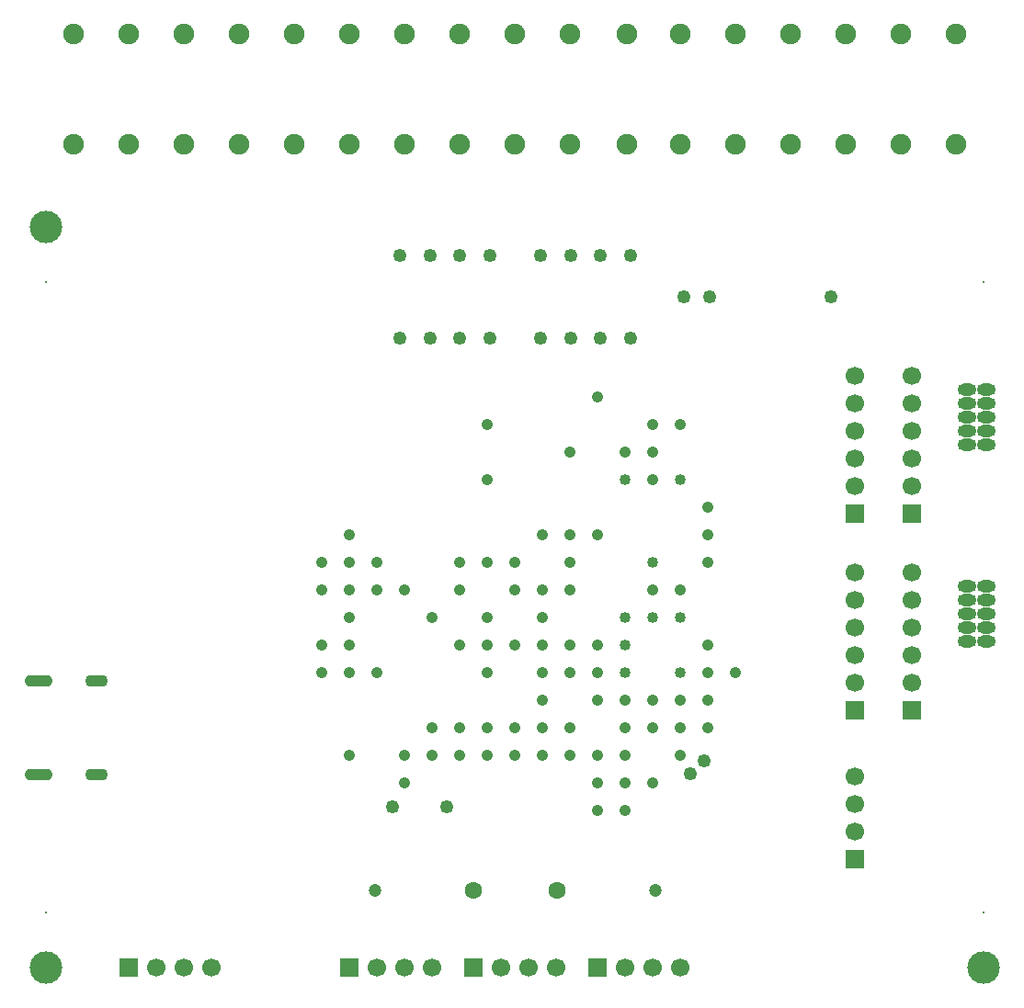
<source format=gbs>
G04*
G04 #@! TF.GenerationSoftware,Altium Limited,Altium Designer,24.10.1 (45)*
G04*
G04 Layer_Color=16711935*
%FSLAX25Y25*%
%MOIN*%
G70*
G04*
G04 #@! TF.SameCoordinates,083811C0-BB5A-407D-82B1-07892853DE6B*
G04*
G04*
G04 #@! TF.FilePolarity,Negative*
G04*
G01*
G75*
%ADD35C,0.00800*%
%ADD147C,0.11811*%
%ADD161C,0.04134*%
%ADD230O,0.06800X0.04340*%
%ADD231C,0.07480*%
G04:AMPARAMS|DCode=232|XSize=102.36mil|YSize=43.31mil|CornerRadius=21.65mil|HoleSize=0mil|Usage=FLASHONLY|Rotation=0.000|XOffset=0mil|YOffset=0mil|HoleType=Round|Shape=RoundedRectangle|*
%AMROUNDEDRECTD232*
21,1,0.10236,0.00000,0,0,0.0*
21,1,0.05906,0.04331,0,0,0.0*
1,1,0.04331,0.02953,0.00000*
1,1,0.04331,-0.02953,0.00000*
1,1,0.04331,-0.02953,0.00000*
1,1,0.04331,0.02953,0.00000*
%
%ADD232ROUNDEDRECTD232*%
G04:AMPARAMS|DCode=233|XSize=82.68mil|YSize=43.31mil|CornerRadius=21.65mil|HoleSize=0mil|Usage=FLASHONLY|Rotation=0.000|XOffset=0mil|YOffset=0mil|HoleType=Round|Shape=RoundedRectangle|*
%AMROUNDEDRECTD233*
21,1,0.08268,0.00000,0,0,0.0*
21,1,0.03937,0.04331,0,0,0.0*
1,1,0.04331,0.01968,0.00000*
1,1,0.04331,-0.01968,0.00000*
1,1,0.04331,-0.01968,0.00000*
1,1,0.04331,0.01968,0.00000*
%
%ADD233ROUNDEDRECTD233*%
%ADD234C,0.06693*%
%ADD235R,0.06693X0.06693*%
%ADD236R,0.06693X0.06693*%
%ADD237C,0.04724*%
%ADD238C,0.06299*%
%ADD239C,0.04921*%
%ADD240C,0.00803*%
%ADD275C,0.04016*%
D35*
X170000Y221402D02*
D03*
X-170000D02*
D03*
X170000Y-7200D02*
D03*
D147*
X-170000Y-27200D02*
D03*
Y241402D02*
D03*
X170000Y-27200D02*
D03*
D161*
X50000Y170000D02*
D03*
X60000D02*
D03*
X20000Y160000D02*
D03*
X-60000Y130000D02*
D03*
Y120000D02*
D03*
X10000Y130000D02*
D03*
X30000D02*
D03*
X50000Y110000D02*
D03*
X-70000D02*
D03*
X30000Y90000D02*
D03*
X-70000Y120000D02*
D03*
X40000Y160000D02*
D03*
X30000Y180000D02*
D03*
X60000Y60000D02*
D03*
X40000Y30000D02*
D03*
X10000Y50000D02*
D03*
X10000Y70000D02*
D03*
Y60000D02*
D03*
X50000Y160000D02*
D03*
X-60000Y90000D02*
D03*
Y100000D02*
D03*
X10000Y80000D02*
D03*
X-10000D02*
D03*
X80000D02*
D03*
X-20000Y50000D02*
D03*
X-30000Y60000D02*
D03*
X-60000Y110000D02*
D03*
X60000D02*
D03*
X-60000Y50000D02*
D03*
X-10000Y170000D02*
D03*
X-40000Y110000D02*
D03*
X-10000Y150000D02*
D03*
X30000Y30000D02*
D03*
X-9974Y59974D02*
D03*
X-20000Y90000D02*
D03*
X20000Y130000D02*
D03*
X70000Y140000D02*
D03*
X10000Y100000D02*
D03*
X-40000Y50000D02*
D03*
X30000D02*
D03*
X0D02*
D03*
X50000Y60000D02*
D03*
X10000Y90000D02*
D03*
X20000Y60000D02*
D03*
X-10000Y50000D02*
D03*
X0Y110000D02*
D03*
X-10000Y90000D02*
D03*
X70000Y70000D02*
D03*
X70000Y60000D02*
D03*
X60000Y50000D02*
D03*
X70000Y80000D02*
D03*
X20000Y90000D02*
D03*
X-50000Y80000D02*
D03*
X-60000D02*
D03*
X-70000D02*
D03*
X0Y90000D02*
D03*
X10000Y110000D02*
D03*
X30000Y80000D02*
D03*
X0Y60000D02*
D03*
X-40000Y40000D02*
D03*
X-30000Y50000D02*
D03*
X-50000Y110000D02*
D03*
X40000Y60000D02*
D03*
X50000Y40000D02*
D03*
X40000Y70000D02*
D03*
X-10000Y100000D02*
D03*
X-30000D02*
D03*
X-20000Y110000D02*
D03*
X-70000Y90000D02*
D03*
X70000Y130000D02*
D03*
X60000Y70000D02*
D03*
X20000Y120000D02*
D03*
X40000Y50000D02*
D03*
X20000Y80000D02*
D03*
X-50000Y120000D02*
D03*
X-20000Y60000D02*
D03*
X70000Y120000D02*
D03*
X50000Y70000D02*
D03*
X0Y120000D02*
D03*
X20000Y110000D02*
D03*
X-10000Y120000D02*
D03*
X-20000Y120000D02*
D03*
X50000Y150000D02*
D03*
X30000Y40000D02*
D03*
X40000D02*
D03*
X30000Y70000D02*
D03*
X20000Y50000D02*
D03*
X70000Y90000D02*
D03*
D230*
X164000Y182673D02*
D03*
X171000Y182673D02*
D03*
X164000Y177673D02*
D03*
X171000D02*
D03*
X164000Y172673D02*
D03*
X171000D02*
D03*
X164000Y167673D02*
D03*
X171000Y167673D02*
D03*
X164000Y162673D02*
D03*
X171000D02*
D03*
X164000Y111063D02*
D03*
X171000Y111063D02*
D03*
X164000Y106063D02*
D03*
X171000D02*
D03*
X164000Y101063D02*
D03*
X171000D02*
D03*
X164000Y96063D02*
D03*
X171000Y96063D02*
D03*
X164000Y91063D02*
D03*
X171000D02*
D03*
D231*
X160000Y271402D02*
D03*
Y311402D02*
D03*
X140000Y271405D02*
D03*
Y311405D02*
D03*
X119958Y271405D02*
D03*
Y311405D02*
D03*
X100000Y271402D02*
D03*
Y311402D02*
D03*
X80000Y271402D02*
D03*
Y311402D02*
D03*
X60000Y271402D02*
D03*
Y311402D02*
D03*
X40400Y271500D02*
D03*
Y311500D02*
D03*
X20000D02*
D03*
Y271500D02*
D03*
X0Y271402D02*
D03*
Y311402D02*
D03*
X-20000D02*
D03*
Y271402D02*
D03*
X-40000D02*
D03*
Y311402D02*
D03*
X-60000Y271402D02*
D03*
Y311402D02*
D03*
X-80000D02*
D03*
Y271402D02*
D03*
X-100000Y311402D02*
D03*
Y271402D02*
D03*
X-120000Y311402D02*
D03*
Y271402D02*
D03*
X-140000Y311402D02*
D03*
Y271402D02*
D03*
X-160000Y311402D02*
D03*
Y271402D02*
D03*
D232*
X-172835Y42835D02*
D03*
Y76850D02*
D03*
D233*
X-151732Y42835D02*
D03*
Y76850D02*
D03*
D234*
X144016Y147673D02*
D03*
Y157673D02*
D03*
Y167673D02*
D03*
Y177673D02*
D03*
Y187673D02*
D03*
X123031Y32126D02*
D03*
Y42126D02*
D03*
Y22126D02*
D03*
Y187673D02*
D03*
Y147673D02*
D03*
Y157673D02*
D03*
Y167673D02*
D03*
Y177673D02*
D03*
Y106063D02*
D03*
Y116063D02*
D03*
Y76063D02*
D03*
Y86063D02*
D03*
Y96063D02*
D03*
X-130000Y-27200D02*
D03*
X-120000D02*
D03*
X-110000D02*
D03*
X144016Y116063D02*
D03*
Y106063D02*
D03*
X-50000Y-27200D02*
D03*
X60000D02*
D03*
X15000D02*
D03*
X40000D02*
D03*
X-5000D02*
D03*
X144016Y86063D02*
D03*
Y96063D02*
D03*
Y76063D02*
D03*
X-30000Y-27200D02*
D03*
X5000D02*
D03*
X50000D02*
D03*
X-40000D02*
D03*
D235*
X144016Y137673D02*
D03*
X123031Y12126D02*
D03*
Y137673D02*
D03*
Y66063D02*
D03*
X144016D02*
D03*
D236*
X-140000Y-27200D02*
D03*
X-15000D02*
D03*
X30000D02*
D03*
X-60000D02*
D03*
D237*
X50706Y869D02*
D03*
X-50706D02*
D03*
D238*
X-15256D02*
D03*
X15256D02*
D03*
D239*
X63386Y43307D02*
D03*
X68420Y47722D02*
D03*
X-44488Y31102D02*
D03*
X-24803D02*
D03*
X41754Y201170D02*
D03*
X30927D02*
D03*
X20100D02*
D03*
X9273D02*
D03*
X-9231D02*
D03*
X-20057D02*
D03*
X41754Y231092D02*
D03*
X30927D02*
D03*
X20100D02*
D03*
X9273D02*
D03*
X-9231D02*
D03*
X-20057D02*
D03*
X61045Y216131D02*
D03*
X-30884Y201170D02*
D03*
X-41711D02*
D03*
X-30884Y231092D02*
D03*
X-41711D02*
D03*
X114373Y216300D02*
D03*
X70494Y216131D02*
D03*
D240*
X-170000Y-7200D02*
D03*
D275*
X40000Y150000D02*
D03*
X50000Y120000D02*
D03*
X40000Y90000D02*
D03*
X60000Y80000D02*
D03*
Y150000D02*
D03*
X40000Y80000D02*
D03*
X60000Y100000D02*
D03*
X40000D02*
D03*
X50000D02*
D03*
M02*

</source>
